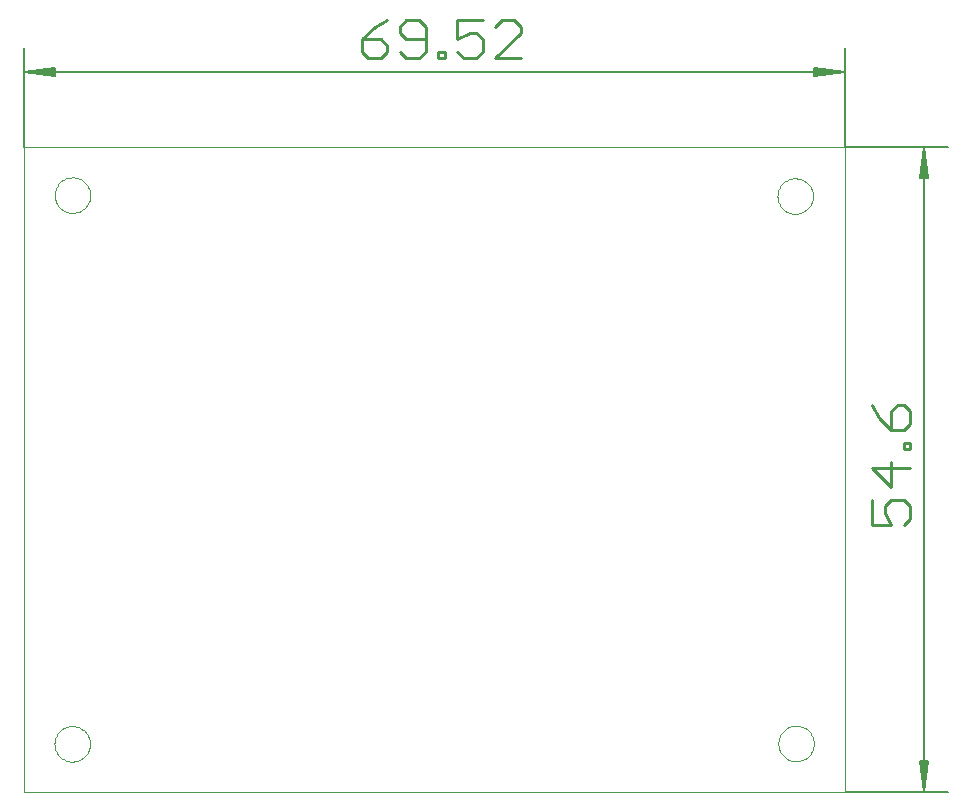
<source format=gm1>
G75*
G70*
%OFA0B0*%
%FSLAX24Y24*%
%IPPOS*%
%LPD*%
%AMOC8*
5,1,8,0,0,1.08239X$1,22.5*
%
%ADD10C,0.0000*%
%ADD11C,0.0051*%
%ADD12C,0.0110*%
D10*
X000000Y000000D02*
X000000Y021496D01*
X027370Y021496D01*
X027370Y000000D01*
X000000Y000000D01*
X001019Y001600D02*
X001021Y001648D01*
X001027Y001696D01*
X001037Y001743D01*
X001050Y001789D01*
X001068Y001834D01*
X001088Y001878D01*
X001113Y001920D01*
X001141Y001959D01*
X001171Y001996D01*
X001205Y002030D01*
X001242Y002062D01*
X001280Y002091D01*
X001321Y002116D01*
X001364Y002138D01*
X001409Y002156D01*
X001455Y002170D01*
X001502Y002181D01*
X001550Y002188D01*
X001598Y002191D01*
X001646Y002190D01*
X001694Y002185D01*
X001742Y002176D01*
X001788Y002164D01*
X001833Y002147D01*
X001877Y002127D01*
X001919Y002104D01*
X001959Y002077D01*
X001997Y002047D01*
X002032Y002014D01*
X002064Y001978D01*
X002094Y001940D01*
X002120Y001899D01*
X002142Y001856D01*
X002162Y001812D01*
X002177Y001767D01*
X002189Y001720D01*
X002197Y001672D01*
X002201Y001624D01*
X002201Y001576D01*
X002197Y001528D01*
X002189Y001480D01*
X002177Y001433D01*
X002162Y001388D01*
X002142Y001344D01*
X002120Y001301D01*
X002094Y001260D01*
X002064Y001222D01*
X002032Y001186D01*
X001997Y001153D01*
X001959Y001123D01*
X001919Y001096D01*
X001877Y001073D01*
X001833Y001053D01*
X001788Y001036D01*
X001742Y001024D01*
X001694Y001015D01*
X001646Y001010D01*
X001598Y001009D01*
X001550Y001012D01*
X001502Y001019D01*
X001455Y001030D01*
X001409Y001044D01*
X001364Y001062D01*
X001321Y001084D01*
X001280Y001109D01*
X001242Y001138D01*
X001205Y001170D01*
X001171Y001204D01*
X001141Y001241D01*
X001113Y001280D01*
X001088Y001322D01*
X001068Y001366D01*
X001050Y001411D01*
X001037Y001457D01*
X001027Y001504D01*
X001021Y001552D01*
X001019Y001600D01*
X001029Y019890D02*
X001031Y019938D01*
X001037Y019986D01*
X001047Y020033D01*
X001060Y020079D01*
X001078Y020124D01*
X001098Y020168D01*
X001123Y020210D01*
X001151Y020249D01*
X001181Y020286D01*
X001215Y020320D01*
X001252Y020352D01*
X001290Y020381D01*
X001331Y020406D01*
X001374Y020428D01*
X001419Y020446D01*
X001465Y020460D01*
X001512Y020471D01*
X001560Y020478D01*
X001608Y020481D01*
X001656Y020480D01*
X001704Y020475D01*
X001752Y020466D01*
X001798Y020454D01*
X001843Y020437D01*
X001887Y020417D01*
X001929Y020394D01*
X001969Y020367D01*
X002007Y020337D01*
X002042Y020304D01*
X002074Y020268D01*
X002104Y020230D01*
X002130Y020189D01*
X002152Y020146D01*
X002172Y020102D01*
X002187Y020057D01*
X002199Y020010D01*
X002207Y019962D01*
X002211Y019914D01*
X002211Y019866D01*
X002207Y019818D01*
X002199Y019770D01*
X002187Y019723D01*
X002172Y019678D01*
X002152Y019634D01*
X002130Y019591D01*
X002104Y019550D01*
X002074Y019512D01*
X002042Y019476D01*
X002007Y019443D01*
X001969Y019413D01*
X001929Y019386D01*
X001887Y019363D01*
X001843Y019343D01*
X001798Y019326D01*
X001752Y019314D01*
X001704Y019305D01*
X001656Y019300D01*
X001608Y019299D01*
X001560Y019302D01*
X001512Y019309D01*
X001465Y019320D01*
X001419Y019334D01*
X001374Y019352D01*
X001331Y019374D01*
X001290Y019399D01*
X001252Y019428D01*
X001215Y019460D01*
X001181Y019494D01*
X001151Y019531D01*
X001123Y019570D01*
X001098Y019612D01*
X001078Y019656D01*
X001060Y019701D01*
X001047Y019747D01*
X001037Y019794D01*
X001031Y019842D01*
X001029Y019890D01*
X025119Y019860D02*
X025121Y019908D01*
X025127Y019956D01*
X025137Y020003D01*
X025150Y020049D01*
X025168Y020094D01*
X025188Y020138D01*
X025213Y020180D01*
X025241Y020219D01*
X025271Y020256D01*
X025305Y020290D01*
X025342Y020322D01*
X025380Y020351D01*
X025421Y020376D01*
X025464Y020398D01*
X025509Y020416D01*
X025555Y020430D01*
X025602Y020441D01*
X025650Y020448D01*
X025698Y020451D01*
X025746Y020450D01*
X025794Y020445D01*
X025842Y020436D01*
X025888Y020424D01*
X025933Y020407D01*
X025977Y020387D01*
X026019Y020364D01*
X026059Y020337D01*
X026097Y020307D01*
X026132Y020274D01*
X026164Y020238D01*
X026194Y020200D01*
X026220Y020159D01*
X026242Y020116D01*
X026262Y020072D01*
X026277Y020027D01*
X026289Y019980D01*
X026297Y019932D01*
X026301Y019884D01*
X026301Y019836D01*
X026297Y019788D01*
X026289Y019740D01*
X026277Y019693D01*
X026262Y019648D01*
X026242Y019604D01*
X026220Y019561D01*
X026194Y019520D01*
X026164Y019482D01*
X026132Y019446D01*
X026097Y019413D01*
X026059Y019383D01*
X026019Y019356D01*
X025977Y019333D01*
X025933Y019313D01*
X025888Y019296D01*
X025842Y019284D01*
X025794Y019275D01*
X025746Y019270D01*
X025698Y019269D01*
X025650Y019272D01*
X025602Y019279D01*
X025555Y019290D01*
X025509Y019304D01*
X025464Y019322D01*
X025421Y019344D01*
X025380Y019369D01*
X025342Y019398D01*
X025305Y019430D01*
X025271Y019464D01*
X025241Y019501D01*
X025213Y019540D01*
X025188Y019582D01*
X025168Y019626D01*
X025150Y019671D01*
X025137Y019717D01*
X025127Y019764D01*
X025121Y019812D01*
X025119Y019860D01*
X025149Y001610D02*
X025151Y001658D01*
X025157Y001706D01*
X025167Y001753D01*
X025180Y001799D01*
X025198Y001844D01*
X025218Y001888D01*
X025243Y001930D01*
X025271Y001969D01*
X025301Y002006D01*
X025335Y002040D01*
X025372Y002072D01*
X025410Y002101D01*
X025451Y002126D01*
X025494Y002148D01*
X025539Y002166D01*
X025585Y002180D01*
X025632Y002191D01*
X025680Y002198D01*
X025728Y002201D01*
X025776Y002200D01*
X025824Y002195D01*
X025872Y002186D01*
X025918Y002174D01*
X025963Y002157D01*
X026007Y002137D01*
X026049Y002114D01*
X026089Y002087D01*
X026127Y002057D01*
X026162Y002024D01*
X026194Y001988D01*
X026224Y001950D01*
X026250Y001909D01*
X026272Y001866D01*
X026292Y001822D01*
X026307Y001777D01*
X026319Y001730D01*
X026327Y001682D01*
X026331Y001634D01*
X026331Y001586D01*
X026327Y001538D01*
X026319Y001490D01*
X026307Y001443D01*
X026292Y001398D01*
X026272Y001354D01*
X026250Y001311D01*
X026224Y001270D01*
X026194Y001232D01*
X026162Y001196D01*
X026127Y001163D01*
X026089Y001133D01*
X026049Y001106D01*
X026007Y001083D01*
X025963Y001063D01*
X025918Y001046D01*
X025872Y001034D01*
X025824Y001025D01*
X025776Y001020D01*
X025728Y001019D01*
X025680Y001022D01*
X025632Y001029D01*
X025585Y001040D01*
X025539Y001054D01*
X025494Y001072D01*
X025451Y001094D01*
X025410Y001119D01*
X025372Y001148D01*
X025335Y001180D01*
X025301Y001214D01*
X025271Y001251D01*
X025243Y001290D01*
X025218Y001332D01*
X025198Y001376D01*
X025180Y001421D01*
X025167Y001467D01*
X025157Y001514D01*
X025151Y001562D01*
X025149Y001610D01*
D11*
X027370Y000000D02*
X030787Y000000D01*
X030000Y000000D02*
X030102Y001024D01*
X030126Y001024D02*
X030000Y000000D01*
X029898Y001024D01*
X029874Y001024D02*
X030126Y001024D01*
X030051Y001024D02*
X030000Y000000D01*
X029949Y001024D01*
X029874Y001024D02*
X030000Y000000D01*
X030000Y021496D01*
X030102Y020472D01*
X030126Y020472D02*
X030000Y021496D01*
X029898Y020472D01*
X029874Y020472D02*
X030126Y020472D01*
X030051Y020472D02*
X030000Y021496D01*
X029949Y020472D01*
X029874Y020472D02*
X030000Y021496D01*
X030787Y021496D02*
X027370Y021496D01*
X027370Y024787D01*
X027370Y024000D02*
X026346Y024102D01*
X026346Y024126D02*
X026346Y023874D01*
X027370Y024000D01*
X026346Y023898D01*
X026346Y023949D02*
X027370Y024000D01*
X026346Y024051D01*
X026346Y024126D02*
X027370Y024000D01*
X000000Y024000D01*
X001024Y023898D01*
X001024Y023874D02*
X000000Y024000D01*
X001024Y024102D01*
X001024Y024126D02*
X001024Y023874D01*
X001024Y023949D02*
X000000Y024000D01*
X001024Y024051D01*
X001024Y024126D02*
X000000Y024000D01*
X000000Y024787D02*
X000000Y021496D01*
D12*
X011273Y024660D02*
X011485Y024449D01*
X011908Y024449D01*
X012119Y024660D01*
X012119Y024872D01*
X011908Y025083D01*
X011273Y025083D01*
X011273Y024660D01*
X011273Y025083D02*
X011696Y025506D01*
X012119Y025718D01*
X012542Y025506D02*
X012542Y025295D01*
X012753Y025083D01*
X013388Y025083D01*
X013388Y024660D02*
X013388Y025506D01*
X013176Y025718D01*
X012753Y025718D01*
X012542Y025506D01*
X012542Y024660D02*
X012753Y024449D01*
X013176Y024449D01*
X013388Y024660D01*
X013811Y024660D02*
X013811Y024449D01*
X014022Y024449D01*
X014022Y024660D01*
X013811Y024660D01*
X014445Y024660D02*
X014657Y024449D01*
X015080Y024449D01*
X015291Y024660D01*
X015291Y025083D01*
X015080Y025295D01*
X014868Y025295D01*
X014445Y025083D01*
X014445Y025718D01*
X015291Y025718D01*
X015714Y025506D02*
X015925Y025718D01*
X016348Y025718D01*
X016560Y025506D01*
X016560Y025295D01*
X015714Y024449D01*
X016560Y024449D01*
X028282Y012902D02*
X028494Y012479D01*
X028917Y012056D01*
X028917Y012691D01*
X029128Y012902D01*
X029340Y012902D01*
X029551Y012691D01*
X029551Y012268D01*
X029340Y012056D01*
X028917Y012056D01*
X029340Y011633D02*
X029551Y011633D01*
X029551Y011422D01*
X029340Y011422D01*
X029340Y011633D01*
X028917Y010999D02*
X028917Y010153D01*
X028282Y010788D01*
X029551Y010788D01*
X029340Y009730D02*
X028917Y009730D01*
X028705Y009519D01*
X028705Y009307D01*
X028917Y008884D01*
X028282Y008884D01*
X028282Y009730D01*
X029340Y009730D02*
X029551Y009519D01*
X029551Y009096D01*
X029340Y008884D01*
M02*

</source>
